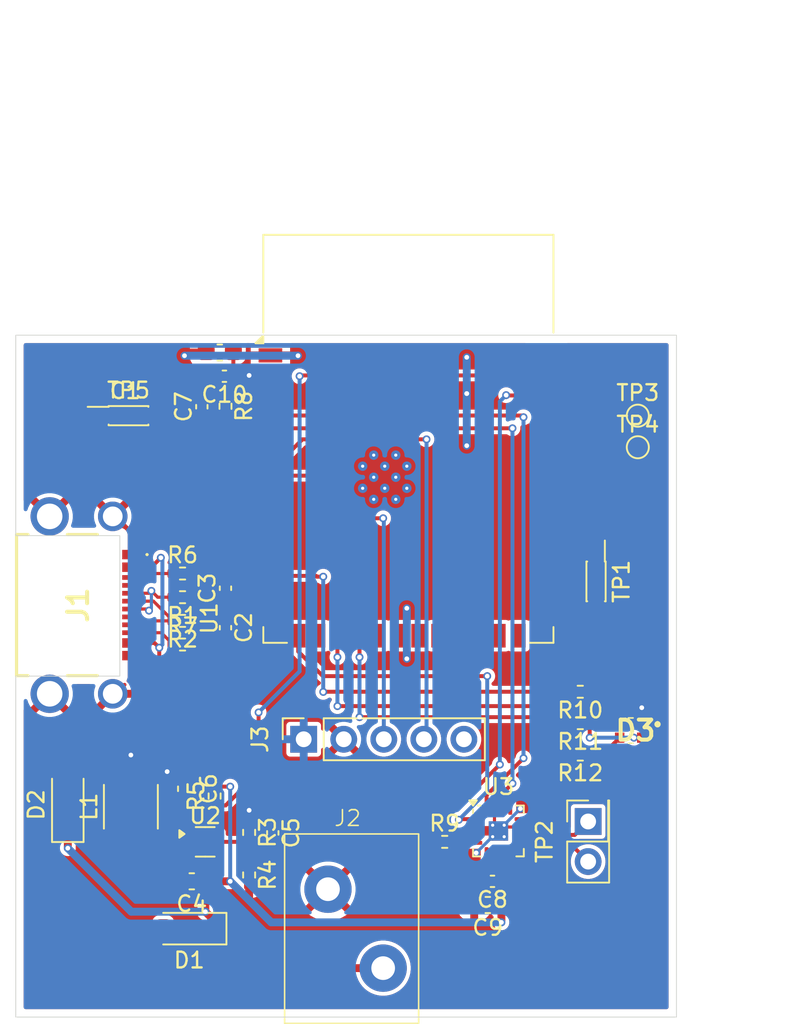
<source format=kicad_pcb>
(kicad_pcb (version 20241229) (generator "pcbnew") (generator_version "9.0")
  (layers (0 "F.Cu" mixed) (2 "B.Cu" mixed) (13 "F.Paste" user) (15 "B.Paste" user) (5 "F.SilkS" user "F.Silkscreen") (7 "B.SilkS" user "B.Silkscreen") (1 "F.Mask" user) (3 "B.Mask" user) (25 "Edge.Cuts" user))
  (net 0 "")
  (net 1 "GND")
  (net 2 "V_{SYS}")
  (net 3 "/MCU/MCU USB D+")
  (net 4 "/MCU/MCU USB D-")
  (net 5 "VDD_{5V}")
  (net 6 "Net-(U2-FB)")
  (net 7 "Net-(U1-EN)")
  (net 8 "Net-(D1-A)")
  (net 9 "USB V_{BUS}")
  (net 10 "Net-(D3-GK)")
  (net 11 "Net-(D3-BK)")
  (net 12 "Net-(D3-RK)")
  (net 13 "/MCU/USB D-")
  (net 15 "/MCU/USB D+")
  (net 16 "Net-(J1-CC2)")
  (net 17 "Net-(J1-CC1)")
  (net 20 "/IO/MOTION UART Rx")
  (net 21 "/IO/MOTION UART Tx")
  (net 22 "Net-(U2-SW)")
  (net 23 "/IO/LED B")
  (net 24 "/IO/LED G")
  (net 25 "/IO/LED R")
  (net 26 "/MCU/Power Good")
  (net 27 "Net-(U3-~{SD_MODE})")
  (net 28 "/IO/AUDIO ENABLE")
  (net 29 "Net-(U1-IO0)")
  (net 30 "Net-(U3-OUTP)")
  (net 31 "Net-(U3-OUTN)")
  (net 32 "Net-(U1-TXD0)")
  (net 33 "Net-(U1-RXD0)")
  (net 48 "/IO/AUDIO LRCLK")
  (net 56 "/IO/AUDIO BCLK")
  (net 57 "/IO/AUDIO DIN")
  (footprint "Resistor_SMD:R_0402_1005Metric_Pad0.72x0.64mm_HandSolder" (layer "F.Cu") (at 128.5 98.47 180)
    (property "Reference" "R12" (at 0 -1.17 0) (layer "F.SilkS"))
    (property "Value" "2.2k")
    (pad "1" smd roundrect (at -0.5975 0 180) (size 0.715 0.64) (layers "F.Cu" "F.Mask" "F.Paste") (net 11 "Net-(D3-BK)"))
    (pad "2" smd roundrect (at 0.5975 0 180) (size 0.715 0.64) (layers "F.Cu" "F.Mask" "F.Paste") (net 23 "/IO/LED B"))
  )
  (footprint "Package_TO_SOT_SMD:SOT-563" (layer "F.Cu") (at 104.7125 104)
    (property "Reference" "U2" (at 0 -1.65 0) (layer "F.SilkS"))
    (property "Value" "TPS62A01DRL")
    (pad "1" smd roundrect (at -0.7125 -0.5) (size 0.675 0.35) (layers "F.Cu" "F.Mask" "F.Paste") (net 1 "GND"))
    (pad "2" smd roundrect (at -0.7125 0) (size 0.675 0.35) (layers "F.Cu" "F.Mask" "F.Paste") (net 22 "Net-(U2-SW)"))
    (pad "3" smd roundrect (at -0.7125 0.5) (size 0.675 0.35) (layers "F.Cu" "F.Mask" "F.Paste") (net 5 "VDD_{5V}"))
    (pad "4" smd roundrect (at 0.7125 0.5) (size 0.675 0.35) (layers "F.Cu" "F.Mask" "F.Paste") (net 5 "VDD_{5V}"))
    (pad "5" smd roundrect (at 0.7125 0) (size 0.675 0.35) (layers "F.Cu" "F.Mask" "F.Paste") (net 6 "Net-(U2-FB)"))
    (pad "6" smd roundrect (at 0.7125 -0.5) (size 0.675 0.35) (layers "F.Cu" "F.Mask" "F.Paste") (net 26 "/MCU/Power Good"))
  )
  (footprint "Capacitor_SMD:C_0402_1005Metric_Pad0.74x0.62mm_HandSolder" (layer "F.Cu") (at 109 103.4325 -90)
    (property "Reference" "C5" (at 0 -1.16 90) (layer "F.SilkS"))
    (property "Value" "120pF")
    (pad "1" smd roundrect (at -0.5675 0 270) (size 0.735 0.62) (layers "F.Cu" "F.Mask" "F.Paste") (net 2 "V_{SYS}"))
    (pad "2" smd roundrect (at 0.5675 0 270) (size 0.735 0.62) (layers "F.Cu" "F.Mask" "F.Paste") (net 6 "Net-(U2-FB)"))
  )
  (footprint "Capacitor_SMD:C_0402_1005Metric_Pad0.74x0.62mm_HandSolder" (layer "F.Cu") (at 104.5 76.4325 90)
    (property "Reference" "C7" (at 0 -1.16 90) (layer "F.SilkS"))
    (property "Value" "100nF")
    (pad "1" smd roundrect (at -0.5675 0 90) (size 0.735 0.62) (layers "F.Cu" "F.Mask" "F.Paste") (net 7 "Net-(U1-EN)"))
    (pad "2" smd roundrect (at 0.5675 0 90) (size 0.735 0.62) (layers "F.Cu" "F.Mask" "F.Paste") (net 1 "GND"))
  )
  (footprint "Capacitor_SMD:C_0603_1608Metric_Pad1.08x0.95mm_HandSolder" (layer "F.Cu") (at 105.6375 73 180)
    (property "Reference" "C1" (at 6 -2.43 0) (layer "F.SilkS"))
    (property "Value" "22uF")
    (pad "1" smd roundrect (at -0.8625 0 180) (size 1.075 0.95) (layers "F.Cu" "F.Mask" "F.Paste") (net 2 "V_{SYS}"))
    (pad "2" smd roundrect (at 0.8625 0 180) (size 1.075 0.95) (layers "F.Cu" "F.Mask" "F.Paste") (net 1 "GND"))
  )
  (footprint "Capacitor_SMD:C_0402_1005Metric_Pad0.74x0.62mm_HandSolder" (layer "F.Cu") (at 122.9325 106.5 180)
    (property "Reference" "C8" (at 0 -1.16 0) (layer "F.SilkS"))
    (property "Value" "100nF")
    (pad "1" smd roundrect (at -0.5675 0 180) (size 0.735 0.62) (layers "F.Cu" "F.Mask" "F.Paste") (net 5 "VDD_{5V}"))
    (pad "2" smd roundrect (at 0.5675 0 180) (size 0.735 0.62) (layers "F.Cu" "F.Mask" "F.Paste") (net 1 "GND"))
  )
  (footprint "Resistor_SMD:R_0402_1005Metric_Pad0.72x0.64mm_HandSolder" (layer "F.Cu") (at 128.5 94.49 180)
    (property "Reference" "R10" (at 0 -1.17 0) (layer "F.SilkS"))
    (property "Value" "2.2k")
    (pad "1" smd roundrect (at -0.5975 0 180) (size 0.715 0.64) (layers "F.Cu" "F.Mask" "F.Paste") (net 12 "Net-(D3-RK)"))
    (pad "2" smd roundrect (at 0.5975 0 180) (size 0.715 0.64) (layers "F.Cu" "F.Mask" "F.Paste") (net 25 "/IO/LED R"))
  )
  (footprint "Capacitor_SMD:C_0603_1608Metric_Pad1.08x0.95mm_HandSolder" (layer "F.Cu") (at 103.5 100.6375 -90)
    (property "Reference" "C6" (at 0 -1.43 90) (layer "F.SilkS"))
    (property "Value" "22uF")
    (pad "1" smd roundrect (at -0.8625 0 270) (size 1.075 0.95) (layers "F.Cu" "F.Mask" "F.Paste") (net 2 "V_{SYS}"))
    (pad "2" smd roundrect (at 0.8625 0 270) (size 1.075 0.95) (layers "F.Cu" "F.Mask" "F.Paste") (net 1 "GND"))
  )
  (footprint "Resistor_SMD:R_0402_1005Metric_Pad0.72x0.64mm_HandSolder" (layer "F.Cu") (at 103.2775 87)
    (property "Reference" "R6" (at 0 -1.17 0) (layer "F.SilkS"))
    (property "Value" "5.1k")
    (pad "1" smd roundrect (at -0.5975 0) (size 0.715 0.64) (layers "F.Cu" "F.Mask" "F.Paste") (net 17 "Net-(J1-CC1)"))
    (pad "2" smd roundrect (at 0.5975 0) (size 0.715 0.64) (layers "F.Cu" "F.Mask" "F.Paste") (net 1 "GND"))
  )
  (footprint "Resistor_SMD:R_0402_1005Metric_Pad0.72x0.64mm_HandSolder" (layer "F.Cu") (at 128.5 96.48 180)
    (property "Reference" "R11" (at 0 -1.17 0) (layer "F.SilkS"))
    (property "Value" "2.2k")
    (pad "1" smd roundrect (at -0.5975 0 180) (size 0.715 0.64) (layers "F.Cu" "F.Mask" "F.Paste") (net 10 "Net-(D3-GK)"))
    (pad "2" smd roundrect (at 0.5975 0 180) (size 0.715 0.64) (layers "F.Cu" "F.Mask" "F.Paste") (net 24 "/IO/LED G"))
  )
  (footprint "Capacitor_SMD:C_0402_1005Metric_Pad0.74x0.62mm_HandSolder" (layer "F.Cu") (at 105.9325 74.5 180)
    (property "Reference" "C10" (at 0 -1.16 0) (layer "F.SilkS"))
    (property "Value" "100nF")
    (pad "1" smd roundrect (at -0.5675 0 180) (size 0.735 0.62) (layers "F.Cu" "F.Mask" "F.Paste") (net 2 "V_{SYS}"))
    (pad "2" smd roundrect (at 0.5675 0 180) (size 0.735 0.62) (layers "F.Cu" "F.Mask" "F.Paste") (net 1 "GND"))
  )
  (footprint "TestPoint:TestPoint_Pad_D1.0mm" (layer "F.Cu") (at 132.15 77)
    (property "Reference" "TP3" (at 0 -1.448 0) (layer "F.SilkS"))
    (property "Value" "TestPoint")
    (pad "1" smd circle (at 0 0) (size 1 1) (layers "F.Cu" "F.Mask") (net 32 "Net-(U1-TXD0)"))
  )
  (footprint "Resistor_SMD:R_0402_1005Metric_Pad0.72x0.64mm_HandSolder" (layer "F.Cu") (at 107.5 106.0975 -90)
    (property "Reference" "R4" (at 0 -1.17 90) (layer "F.SilkS"))
    (property "Value" "100k")
    (pad "1" smd roundrect (at -0.5975 0 270) (size 0.715 0.64) (layers "F.Cu" "F.Mask" "F.Paste") (net 6 "Net-(U2-FB)"))
    (pad "2" smd roundrect (at 0.5975 0 270) (size 0.715 0.64) (layers "F.Cu" "F.Mask" "F.Paste") (net 1 "GND"))
  )
  (footprint "Inductor_SMD:L_1812_4532Metric_Pad1.30x3.40mm_HandSolder" (layer "F.Cu") (at 100 101.775 90)
    (property "Reference" "L1" (at 0 -2.65 90) (layer "F.SilkS"))
    (property "Value" "1uH")
    (pad "1" smd roundrect (at -2.225 0 90) (size 1.3 3.4) (layers "F.Cu" "F.Mask" "F.Paste") (roundrect_rratio 0.192308) (net 22 "Net-(U2-SW)"))
    (pad "2" smd roundrect (at 2.225 0 90) (size 1.3 3.4) (layers "F.Cu" "F.Mask" "F.Paste") (roundrect_rratio 0.192308) (net 2 "V_{SYS}"))
  )
  (footprint "Resistor_SMD:R_0402_1005Metric_Pad0.72x0.64mm_HandSolder" (layer "F.Cu") (at 106 76.4025 -90)
    (property "Reference" "R8" (at 0 -1.17 90) (layer "F.SilkS"))
    (property "Value" "10k")
    (pad "1" smd roundrect (at -0.5975 0 270) (size 0.715 0.64) (layers "F.Cu" "F.Mask" "F.Paste") (net 2 "V_{SYS}"))
    (pad "2" smd roundrect (at 0.5975 0 270) (size 0.715 0.64) (layers "F.Cu" "F.Mask" "F.Paste") (net 7 "Net-(U1-EN)"))
  )
  (footprint "Connector_PinSocket_2.54mm:PinSocket_2x01_P2.54mm_Vertical" (layer "F.Cu") (at 129 102.71 90)
    (property "Reference" "TP2" (at -1.27 -2.77 90) (layer "F.SilkS"))
    (property "Value" "TestPoint_2Pole")
    (pad "1" thru_hole rect (at 0 0 90) (size 1.7 1.7) (drill 1) (layers "*.Cu" "*.Mask") (net 31 "Net-(U3-OUTN)"))
    (pad "2" thru_hole circle (at -2.54 0 90) (size 1.7 1.7) (drill 1) (layers "*.Cu" "*.Mask") (net 30 "Net-(U3-OUTP)"))
  )
  (footprint "Package_DFN_QFN:TQFN-16-1EP_3x3mm_P0.5mm_EP1.23x1.23mm_ThermalVias" (layer "F.Cu") (at 123.31 103.31)
    (property "Reference" "U3" (at 0 -2.8 0) (layer "F.SilkS"))
    (property "Value" "MAX98357A")
    (pad "1" smd roundrect (at -1.4375 -0.75) (size 0.825 0.25) (layers "F.Cu" "F.Mask" "F.Paste") (net 57 "/IO/AUDIO DIN"))
    (pad "2" smd roundrect (at -1.4375 -0.25) (size 0.825 0.25) (layers "F.Cu" "F.Mask" "F.Paste") (net 1 "GND"))
    (pad "3" smd roundrect (at -1.4375 0.25) (size 0.825 0.25) (layers "F.Cu" "F.Mask" "F.Paste") (net 1 "GND"))
    (pad "4" smd roundrect (at -1.4375 0.75) (size 0.825 0.25) (layers "F.Cu" "F.Mask" "F.Paste") (net 27 "Net-(U3-~{SD_MODE})"))
    (pad "5" smd roundrect (at -0.75 1.4375) (size 0.25 0.825) (layers "F.Cu" "F.Mask" "F.Paste"))
    (pad "6" smd roundrect (at -0.25 1.4375) (size 0.25 0.825) (layers "F.Cu" "F.Mask" "F.Paste"))
    (pad "7" smd roundrect (at 0.25 1.4375) (size 0.25 0.825) (layers "F.Cu" "F.Mask" "F.Paste") (net 5 "VDD_{5V}"))
    (pad "8" smd roundrect (at 0.75 1.4375) (size 0.25 0.825) (layers "F.Cu" "F.Mask" "F.Paste") (net 5 "VDD_{5V}"))
    (pad "9" smd roundrect (at 1.4375 0.75) (size 0.825 0.25) (layers "F.Cu" "F.Mask" "F.Paste") (net 30 "Net-(U3-OUTP)"))
    (pad "10" smd roundrect (at 1.4375 0.25) (size 0.825 0.25) (layers "F.Cu" "F.Mask" "F.Paste") (net 31 "Net-(U3-OUTN)"))
    (pad "11" smd roundrect (at 1.4375 -0.25) (size 0.825 0.25) (layers "F.Cu" "F.Mask" "F.Paste") (net 1 "GND"))
    (pad "12" smd roundrect (at 1.4375 -0.75) (size 0.825 0.25) (layers "F.Cu" "F.Mask" "F.Paste"))
    (pad "13" smd roundrect (at 0.75 -1.4375) (size 0.25 0.825) (layers "F.Cu" "F.Mask" "F.Paste"))
    (pad "14" smd roundrect (at 0.25 -1.4375) (size 0.25 0.825) (layers "F.Cu" "F.Mask" "F.Paste") (net 48 "/IO/AUDIO LRCLK"))
    (pad "15" smd roundrect (at -0.25 -1.4375) (size 0.25 0.825) (layers "F.Cu" "F.Mask" "F.Paste") (net 1 "GND"))
    (pad "16" smd roundrect (at -0.75 -1.4375) (size 0.25 0.825) (layers "F.Cu" "F.Mask" "F.Paste") (net 56 "/IO/AUDIO BCLK"))
    (pad "17" thru_hole circle (at -0.365 -0.365) (size 0.5 0.5) (drill 0.2) (property pad_prop_heatsink) (layers "*.Cu") (net 1 "GND"))
    (pad "17" thru_hole circle (at -0.365 0.365) (size 0.5 0.5) (drill 0.2) (property pad_prop_heatsink) (layers "*.Cu") (net 1 "GND"))
    (pad "17" smd rect (at 0 0) (size 1.23 1.23) (property pad_prop_heatsink) (layers "F.Cu" "F.Mask") (net 1 "GND"))
    (pad "17" smd rect (at 0 0) (size 1.23 1.23) (property pad_prop_heatsink) (layers "B.Cu") (net 1 "GND"))
    (pad "17" thru_hole circle (at 0.365 -0.365) (size 0.5 0.5) (drill 0.2) (property pad_prop_heatsink) (layers "*.Cu") (net 1 "GND"))
    (pad "17" thru_hole circle (at 0.365 0.365) (size 0.5 0.5) (drill 0.2) (property pad_prop_heatsink) (layers "*.Cu") (net 1 "GND"))
  )
  (footprint "RF_Module:ESP32-S3-WROOM-1" (layer "F.Cu") (at 117.6 78.44)
    (property "Reference" "U1" (at -12.625 11.4 90) (layer "F.SilkS"))
    (property "Value" "ESP32-S3-WROOM-1")
    (pad "1" smd rect (at -8.75 -5.26) (size 1.5 0.9) (layers "F.Cu" "F.Mask" "F.Paste") (net 1 "GND"))
    (pad "2" smd rect (at -8.75 -3.99) (size 1.5 0.9) (layers "F.Cu" "F.Mask" "F.Paste") (net 2 "V_{SYS}"))
    (pad "3" smd rect (at -8.75 -2.72) (size 1.5 0.9) (layers "F.Cu" "F.Mask" "F.Paste") (net 7 "Net-(U1-EN)"))
    (pad "4" smd rect (at -8.75 -1.45) (size 1.5 0.9) (layers "F.Cu" "F.Mask" "F.Paste") (net 56 "/IO/AUDIO BCLK"))
    (pad "5" smd rect (at -8.75 -0.18) (size 1.5 0.9) (layers "F.Cu" "F.Mask" "F.Paste") (net 48 "/IO/AUDIO LRCLK"))
    (pad "6" smd rect (at -8.75 1.09) (size 1.5 0.9) (layers "F.Cu" "F.Mask" "F.Paste") (net 20 "/IO/MOTION UART Rx"))
    (pad "7" smd rect (at -8.75 2.36) (size 1.5 0.9) (layers "F.Cu" "F.Mask" "F.Paste") (net 21 "/IO/MOTION UART Tx"))
    (pad "8" smd rect (at -8.75 3.63) (size 1.5 0.9) (layers "F.Cu" "F.Mask" "F.Paste"))
    (pad "9" smd rect (at -8.75 4.9) (size 1.5 0.9) (layers "F.Cu" "F.Mask" "F.Paste"))
    (pad "10" smd rect (at -8.75 6.17) (size 1.5 0.9) (layers "F.Cu" "F.Mask" "F.Paste"))
    (pad "11" smd rect (at -8.75 7.44) (size 1.5 0.9) (layers "F.Cu" "F.Mask" "F.Paste"))
    (pad "12" smd rect (at -8.75 8.71) (size 1.5 0.9) (layers "F.Cu" "F.Mask" "F.Paste") (net 25 "/IO/LED R"))
    (pad "13" smd rect (at -8.75 9.98) (size 1.5 0.9) (layers "F.Cu" "F.Mask" "F.Paste") (net 4 "/MCU/MCU USB D-"))
    (pad "14" smd rect (at -8.75 11.25 180) (size 1.5 0.9) (layers "F.Cu" "F.Mask" "F.Paste") (net 3 "/MCU/MCU USB D+"))
    (pad "15" smd rect (at -6.985 12.5 270) (size 1.5 0.9) (layers "F.Cu" "F.Mask" "F.Paste") (net 57 "/IO/AUDIO DIN"))
    (pad "16" smd rect (at -5.715 12.5 270) (size 1.5 0.9) (layers "F.Cu" "F.Mask" "F.Paste"))
    (pad "17" smd rect (at -4.445 12.5 270) (size 1.5 0.9) (layers "F.Cu" "F.Mask" "F.Paste") (net 24 "/IO/LED G"))
    (pad "18" smd rect (at -3.175 12.5 270) (size 1.5 0.9) (layers "F.Cu" "F.Mask" "F.Paste") (net 23 "/IO/LED B"))
    (pad "19" smd rect (at -1.905 12.5 270) (size 1.5 0.9) (layers "F.Cu" "F.Mask" "F.Paste"))
    (pad "20" smd rect (at -0.635 12.5 270) (size 1.5 0.9) (layers "F.Cu" "F.Mask" "F.Paste"))
    (pad "21" smd rect (at 0.635 12.5 270) (size 1.5 0.9) (layers "F.Cu" "F.Mask" "F.Paste"))
    (pad "22" smd rect (at 1.905 12.5 270) (size 1.5 0.9) (layers "F.Cu" "F.Mask" "F.Paste"))
    (pad "23" smd rect (at 3.175 12.5 270) (size 1.5 0.9) (layers "F.Cu" "F.Mask" "F.Paste"))
    (pad "24" smd rect (at 4.445 12.5 270) (size 1.5 0.9) (layers "F.Cu" "F.Mask" "F.Paste"))
    (pad "25" smd rect (at 5.715 12.5 270) (size 1.5 0.9) (layers "F.Cu" "F.Mask" "F.Paste"))
    (pad "26" smd rect (at 6.985 12.5 270) (size 1.5 0.9) (layers "F.Cu" "F.Mask" "F.Paste"))
    (pad "27" smd rect (at 8.75 11.25) (size 1.5 0.9) (layers "F.Cu" "F.Mask" "F.Paste") (net 29 "Net-(U1-IO0)"))
    (pad "28" smd rect (at 8.75 9.98) (size 1.5 0.9) (layers "F.Cu" "F.Mask" "F.Paste"))
    (pad "29" smd rect (at 8.75 8.71) (size 1.5 0.9) (layers "F.Cu" "F.Mask" "F.Paste"))
    (pad "30" smd rect (at 8.75 7.44) (size 1.5 0.9) (layers "F.Cu" "F.Mask" "F.Paste"))
    (pad "31" smd rect (at 8.75 6.17) (size 1.5 0.9) (layers "F.Cu" "F.Mask" "F.Paste"))
    (pad "32" smd rect (at 8.75 4.9) (size 1.5 0.9) (layers "F.Cu" "F.Mask" "F.Paste"))
    (pad "33" smd rect (at 8.75 3.63) (size 1.5 0.9) (layers "F.Cu" "F.Mask" "F.Paste"))
    (pad "34" smd rect (at 8.75 2.36) (size 1.5 0.9) (layers "F.Cu" "F.Mask" "F.Paste"))
    (pad "35" smd rect (at 8.75 1.09) (size 1.5 0.9) (layers "F.Cu" "F.Mask" "F.Paste"))
    (pad "36" smd rect (at 8.75 -0.18) (size 1.5 0.9) (layers "F.Cu" "F.Mask" "F.Paste") (net 33 "Net-(U1-RXD0)"))
    (pad "37" smd rect (at 8.75 -1.45) (size 1.5 0.9) (layers "F.Cu" "F.Mask" "F.Paste") (net 32 "Net-(U1-TXD0)"))
    (pad "38" smd rect (at 8.75 -2.72) (size 1.5 0.9) (layers "F.Cu" "F.Mask" "F.Paste") (net 28 "/IO/AUDIO ENABLE"))
    (pad "39" smd rect (at 8.75 -3.99) (size 1.5 0.9) (layers "F.Cu" "F.Mask" "F.Paste") (net 26 "/MCU/Power Good"))
    (pad "40" smd rect (at 8.75 -5.26) (size 1.5 0.9) (layers "F.Cu" "F.Mask" "F.Paste") (net 1 "GND"))
    (pad "41" thru_hole circle (at -2.9 1.76 90) (size 0.6 0.6) (drill 0.2) (property pad_prop_heatsink) (layers "*.Cu" "F.Mask") (net 1 "GND"))
    (pad "41" thru_hole circle (at -2.9 3.16) (size 0.6 0.6) (drill 0.2) (property pad_prop_heatsink) (layers "*.Cu" "F.Mask") (net 1 "GND"))
    (pad "41" thru_hole circle (at -2.2 1.06) (size 0.6 0.6) (drill 0.2) (property pad_prop_heatsink) (layers "*.Cu" "F.Mask") (net 1 "GND"))
    (pad "41" thru_hole circle (at -2.2 2.46) (size 0.6 0.6) (drill 0.2) (property pad_prop_heatsink) (layers "*.Cu" "F.Mask") (net 1 "GND"))
    (pad "41" thru_hole circle (at -2.2 3.86) (size 0.6 0.6) (drill 0.2) (property pad_prop_heatsink) (layers "*.Cu" "F.Mask") (net 1 "GND"))
    (pad "41" thru_hole circle (at -1.5 1.76) (size 0.6 0.6) (drill 0.2) (property pad_prop_heatsink) (layers "*.Cu" "F.Mask") (net 1 "GND"))
    (pad "41" smd rect (at -1.5 2.46 270) (size 3.9 3.9) (property pad_prop_heatsink) (layers "F.Cu" "F.Mask") (net 1 "GND"))
    (pad "41" thru_hole circle (at -1.5 3.16) (size 0.6 0.6) (drill 0.2) (property pad_prop_heatsink) (layers "*.Cu" "F.Mask") (net 1 "GND"))
    (pad "41" thru_hole circle (at -0.8 1.06) (size 0.6 0.6) (drill 0.2) (property pad_prop_heatsink) (layers "*.Cu" "F.Mask") (net 1 "GND"))
    (pad "41" thru_hole circle (at -0.8 2.46) (size 0.6 0.6) (drill 0.2) (property pad_prop_heatsink) (layers "*.Cu" "F.Mask") (net 1 "GND"))
    (pad "41" thru_hole circle (at -0.8 3.86) (size 0.6 0.6) (drill 0.2) (property pad_prop_heatsink) (layers "*.Cu" "F.Mask") (net 1 "GND"))
    (pad "41" thru_hole circle (at -0.1 1.76) (size 0.6 0.6) (drill 0.2) (property pad_prop_heatsink) (layers "*.Cu" "F.Mask") (net 1 "GND"))
    (pad "41" thru_hole circle (at -0.1 3.16) (size 0.6 0.6) (drill 0.2) (property pad_prop_heatsink) (layers "*.Cu" "F.Mask") (net 1 "GND"))
    (zone (net 0) (net_name "") (layers "F.Cu" "B.Cu") (connect_pads (clearance 0)) (min_thickness 0.254)
      (keepout (tracks not_allowed) (vias not_allowed) (pads not_allowed) (copperpour not_allowed) (footprints not_allowed))
      (fill (thermal_gap 0.508) (thermal_bridge_width 0.508))
      (polygon (pts (xy 93.6 71.69) (xy 141.6 71.69) (xy 141.6 50.69) (xy 93.6 50.69)))
    )
  )
  (footprint "Resistor_SMD:R_0402_1005Metric_Pad0.72x0.64mm_HandSolder" (layer "F.Cu") (at 119.9025 104)
    (property "Reference" "R9" (at 0 -1.17 0) (layer "F.SilkS"))
    (property "Value" "560k")
    (pad "1" smd roundrect (at -0.5975 0) (size 0.715 0.64) (layers "F.Cu" "F.Mask" "F.Paste") (net 28 "/IO/AUDIO ENABLE"))
    (pad "2" smd roundrect (at 0.5975 0) (size 0.715 0.64) (layers "F.Cu" "F.Mask" "F.Paste") (net 27 "Net-(U3-~{SD_MODE})"))
  )
  (footprint "Connector_PinHeader_1.00mm:PinHeader_2x01_P1.00mm_Vertical_SMD" (layer "F.Cu") (at 99.85 77)
    (property "Reference" "TP5" (at 0 -1.61 0) (layer "F.SilkS"))
    (property "Value" "TestPoint_2Pole")
    (pad "1" smd rect (at -1.65 0) (size 2 0.5) (layers "F.Cu" "F.Mask" "F.Paste") (net 1 "GND"))
    (pad "2" smd rect (at 1.65 0) (size 2 0.5) (layers "F.Cu" "F.Mask" "F.Paste") (net 7 "Net-(U1-EN)"))
  )
  (footprint "Capacitor_SMD:C_0603_1608Metric_Pad1.08x0.95mm_HandSolder" (layer "F.Cu") (at 103.8625 106.5 180)
    (property "Reference" "C4" (at 0 -1.43 0) (layer "F.SilkS"))
    (property "Value" "4.7uF")
    (pad "1" smd roundrect (at -0.8625 0 180) (size 1.075 0.95) (layers "F.Cu" "F.Mask" "F.Paste") (net 5 "VDD_{5V}"))
    (pad "2" smd roundrect (at 0.8625 0 180) (size 1.075 0.95) (layers "F.Cu" "F.Mask" "F.Paste") (net 1 "GND"))
  )
  (footprint "talky-toaster:Spring Terminal 2P" (layer "F.Cu") (at 113.75 100)
    (property "Reference" "J2" (at 0 2.5 0) (layer "F.SilkS") (effects (font (thickness 0.1))))
    (property "Value" "Wj250A-3.5-2P" (hide yes))
    (pad "1" thru_hole circle (at -1.25 7) (size 3 3) (drill 1.5) (layers "*.Cu" "*.Mask") (net 1 "GND"))
    (pad "2" thru_hole circle (at 2.25 12) (size 3 3) (drill 1.5) (layers "*.Cu" "*.Mask") (net 8 "Net-(D1-A)"))
  )
  (footprint "Resistor_SMD:R_0402_1005Metric_Pad0.72x0.64mm_HandSolder" (layer "F.Cu") (at 105.31 101.0975 90)
    (property "Reference" "R5" (at 0 -1.17 90) (layer "F.SilkS"))
    (property "Value" "499k")
    (pad "1" smd roundrect (at -0.5975 0 90) (size 0.715 0.64) (layers "F.Cu" "F.Mask" "F.Paste") (net 26 "/MCU/Power Good"))
    (pad "2" smd roundrect (at 0.5975 0 90) (size 0.715 0.64) (layers "F.Cu" "F.Mask" "F.Paste") (net 5 "VDD_{5V}"))
  )
  (footprint "Diode_SMD:D_SOD-123" (layer "F.Cu") (at 96 101.65 90)
    (property "Reference" "D2" (at 0 -2 90) (layer "F.SilkS"))
    (property "Value" "D_Schottky_Small")
    (pad "1" smd roundrect (at -1.65 0 90) (size 0.9 1.2) (layers "F.Cu" "F.Mask" "F.Paste") (net 5 "VDD_{5V}"))
    (pad "2" smd roundrect (at 1.65 0 90) (size 0.9 1.2) (layers "F.Cu" "F.Mask" "F.Paste") (net 9 "USB V_{BUS}"))
  )
  (footprint "Resistor_SMD:R_0402_1005Metric_Pad0.72x0.64mm_HandSolder" (layer "F.Cu") (at 103.2775 90 180)
    (property "Reference" "R2" (at 0 -1.17 0) (layer "F.SilkS"))
    (property "Value" "0R")
    (pad "1" smd roundrect (at -0.5975 0 180) (size 0.715 0.64) (layers "F.Cu" "F.Mask" "F.Paste") (net 3 "/MCU/MCU USB D+"))
    (pad "2" smd roundrect (at 0.5975 0 180) (size 0.715 0.64) (layers "F.Cu" "F.Mask" "F.Paste") (net 15 "/MCU/USB D+"))
  )
  (footprint "Resistor_SMD:R_0402_1005Metric_Pad0.72x0.64mm_HandSolder" (layer "F.Cu") (at 107.5 103.4025 -90)
    (property "Reference" "R3" (at 0 -1.17 90) (layer "F.SilkS"))
    (property "Value" "420k")
    (pad "1" smd roundrect (at -0.5975 0 270) (size 0.715 0.64) (layers "F.Cu" "F.Mask" "F.Paste") (net 2 "V_{SYS}"))
    (pad "2" smd roundrect (at 0.5975 0 270) (size 0.715 0.64) (layers "F.Cu" "F.Mask" "F.Paste") (net 6 "Net-(U2-FB)"))
  )
  (footprint "Capacitor_SMD:C_0402_1005Metric_Pad0.74x0.62mm_HandSolder" (layer "F.Cu") (at 106 90.4325 -90)
    (property "Reference" "C2" (at 0 -1.16 90) (layer "F.SilkS"))
    (property "Value" "DNF")
    (pad "1" smd roundrect (at -0.5675 0 270) (size 0.735 0.62) (layers "F.Cu" "F.Mask" "F.Paste") (net 3 "/MCU/MCU USB D+"))
    (pad "2" smd roundrect (at 0.5675 0 270) (size 0.735 0.62) (layers "F.Cu" "F.Mask" "F.Paste") (net 1 "GND"))
  )
  (footprint "Connector_PinHeader_1.00mm:PinHeader_2x01_P1.00mm_Vertical_SMD" (layer "F.Cu") (at 129.5 87.5 -90)
    (property "Reference" "TP1" (at 0 -1.61 90) (layer "F.SilkS"))
    (property "Value" "TestPoint_2Pole")
    (pad "1" smd rect (at -1.65 0 270) (size 2 0.5) (layers "F.Cu" "F.Mask" "F.Paste") (net 1 "GND"))
    (pad "2" smd rect (at 1.65 0 270) (size 2 0.5) (layers "F.Cu" "F.Mask" "F.Paste") (net 29 "Net-(U1-IO0)"))
  )
  (footprint "Connector_PinSocket_2.54mm:PinSocket_1x05_P2.54mm_Vertical" (layer "F.Cu") (at 110.96 97.5 90)
    (property "Reference" "J3" (at 0 -2.77 90) (layer "F.SilkS"))
    (property "Value" "mmWave Sensor Socket")
    (pad "1" thru_hole rect (at 0 0 90) (size 1.7 1.7) (drill 1) (layers "*.Cu" "*.Mask") (net 2 "V_{SYS}"))
    (pad "2" thru_hole circle (at 0 2.54 90) (size 1.7 1.7) (drill 1) (layers "*.Cu" "*.Mask") (net 1 "GND"))
    (pad "3" thru_hole circle (at 0 5.08 90) (size 1.7 1.7) (drill 1) (layers "*.Cu" "*.Mask") (net 21 "/IO/MOTION UART Tx"))
    (pad "4" thru_hole circle (at 0 7.62 90) (size 1.7 1.7) (drill 1) (layers "*.Cu" "*.Mask") (net 20 "/IO/MOTION UART Rx"))
    (pad "5" thru_hole circle (at 0 10.16 90) (size 1.7 1.7) (drill 1) (layers "*.Cu" "*.Mask"))
  )
  (footprint "Resistor_SMD:R_0402_1005Metric_Pad0.72x0.64mm_HandSolder" (layer "F.Cu") (at 103.2775 88.5 180)
    (property "Reference" "R1" (at 0 -1.17 0) (layer "F.SilkS"))
    (property "Value" "0R")
    (pad "1" smd roundrect (at -0.5975 0 180) (size 0.715 0.64) (layers "F.Cu" "F.Mask" "F.Paste") (net 4 "/MCU/MCU USB D-"))
    (pad "2" smd roundrect (at 0.5975 0 180) (size 0.715 0.64) (layers "F.Cu" "F.Mask" "F.Paste") (net 13 "/MCU/USB D-"))
  )
  (footprint "Diode_SMD:D_SOD-123" (layer "F.Cu") (at 103.7 109.5 180)
    (property "Reference" "D1" (at 0 -2 0) (layer "F.SilkS"))
    (property "Value" "D_Schottky_Small")
    (pad "1" smd roundrect (at -1.65 0 180) (size 0.9 1.2) (layers "F.Cu" "F.Mask" "F.Paste") (net 5 "VDD_{5V}"))
    (pad "2" smd roundrect (at 1.65 0 180) (size 0.9 1.2) (layers "F.Cu" "F.Mask" "F.Paste") (net 8 "Net-(D1-A)"))
  )
  (footprint "TestPoint:TestPoint_Pad_D1.0mm" (layer "F.Cu") (at 132.15 79)
    (property "Reference" "TP4" (at 0 -1.448 0) (layer "F.SilkS"))
    (property "Value" "TestPoint")
    (pad "1" smd circle (at 0 0) (size 1 1) (layers "F.Cu" "F.Mask") (net 33 "Net-(U1-RXD0)"))
  )
  (footprint "Auto Lib:UJ20CHGMSMT4P16TR" (layer "F.Cu") (at 96.375 89 -90)
    (property "Reference" "J1" (at 0 -0.275 90) (layer "F.SilkS") (effects (font (size 1.27 1.27) (thickness 0.254))))
    (property "Value" "UJ20-C-H-G-MSMT-4-P16-TR" (hide yes))
    (pad "1" thru_hole circle (at -5.62 -2.475 270) (size 1.875 1.875) (drill 1.25) (layers "*.Cu" "*.Mask") (net 1 "GND"))
    (pad "2" thru_hole circle (at 5.62 -2.475 270) (size 1.875 1.875) (drill 1.25) (layers "*.Cu" "*.Mask") (net 1 "GND"))
    (pad "3" thru_hole circle (at -5.62 1.525 270) (size 2.43 2.43) (drill 1.62) (layers "*.Cu" "*.Mask") (net 1 "GND"))
    (pad "4" thru_hole circle (at 5.62 1.525 270) (size 2.43 2.43) (drill 1.62) (layers "*.Cu" "*.Mask") (net 1 "GND"))
    (pad "A1" smd rect (at -3.2 -3.625 270) (size 0.6 1.1) (layers "F.Cu" "F.Mask" "F.Paste") (net 1 "GND"))
    (pad "A4" smd rect (at -2.4 -3.625 270) (size 0.6 1.1) (layers "F.Cu" "F.Mask" "F.Paste") (net 9 "USB V_{BUS}"))
    (pad "A5" smd rect (at -1.25 -3.625 270) (size 0.3 1.1) (layers "F.Cu" "F.Mask" "F.Paste") (net 17 "Net-(J1-CC1)"))
    (pad "A6" smd rect (at -0.25 -3.625 270) (size 0.3 1.1) (layers "F.Cu" "F.Mask" "F.Paste") (net 15 "/MCU/USB D+"))
    (pad "A7" smd rect (at 0.25 -3.625 270) (size 0.3 1.1) (layers "F.Cu" "F.Mask" "F.Paste") (net 13 "/MCU/USB D-"))
    (pad "A8" smd rect (at 1.25 -3.625 270) (size 0.3 1.1) (layers "F.Cu" "F.Mask" "F.Paste"))
    (pad "B1" smd rect (at 3.2 -3.625 270) (size 0.6 1.1) (layers "F.Cu" "F.Mask" "F.Paste") (net 1 "GND"))
    (pad "B4" smd rect (at 2.4 -3.625 270) (size 0.6 1.1) (layers "F.Cu" "F.Mask" "F.Paste") (net 9 "USB V_{BUS}"))
    (pad "B5" smd rect (at 1.75 -3.625 270) (size 0.3 1.1) (layers "F.Cu" "F.Mask" "F.Paste") (net 16 "Net-(J1-CC2)"))
    (pad "B6" smd rect (at 0.75 -3.625 270) (size 0.3 1.1) (layers "F.Cu" "F.Mask" "F.Paste") (net 15 "/MCU/USB D+"))
    (pad "B7" smd rect (at -0.75 -3.625 270) (size 0.3 1.1) (layers "F.Cu" "F.Mask" "F.Paste") (net 13 "/MCU/USB D-"))
    (pad "B8" smd rect (at -1.75 -3.625 270) (size 0.3 1.1) (layers "F.Cu" "F.Mask" "F.Paste"))
  )
  (footprint "Resistor_SMD:R_0402_1005Metric_Pad0.72x0.64mm_HandSolder" (layer "F.Cu") (at 103.2775 91.5)
    (property "Reference" "R7" (at 0 -1.17 0) (layer "F.SilkS"))
    (property "Value" "5.1k")
    (pad "1" smd roundrect (at -0.5975 0) (size 0.715 0.64) (layers "F.Cu" "F.Mask" "F.Paste") (net 16 "Net-(J1-CC2)"))
    (pad "2" smd roundrect (at 0.5975 0) (size 0.715 0.64) (layers "F.Cu" "F.Mask" "F.Paste") (net 1 "GND"))
  )
  (footprint "Capacitor_SMD:C_0402_1005Metric_Pad0.74x0.62mm_HandSolder" (layer "F.Cu") (at 106 87.9325 90)
    (property "Reference" "C3" (at 0 -1.16 90) (layer "F.SilkS"))
    (property "Value" "DNF")
    (pad "1" smd roundrect (at -0.5675 0 90) (size 0.735 0.62) (layers "F.Cu" "F.Mask" "F.Paste") (net 4 "/MCU/MCU USB D-"))
    (pad "2" smd roundrect (at 0.5675 0 90) (size 0.735 0.62) (layers "F.Cu" "F.Mask" "F.Paste") (net 1 "GND"))
  )
  (footprint "Auto Lib:19237R6GHBHCA012T" (layer "F.Cu") (at 131.7 96.95 180)
    (property "Reference" "D3" (at -0.3 0 0) (layer "F.SilkS") (effects (font (size 1.27 1.27) (thickness 0.254))))
    (property "Value" "LED_ARGB" (hide yes))
    (pad "1" smd rect (at -0.7 0.45 180) (size 0.6 0.65) (layers "F.Cu" "F.Mask" "F.Paste") (net 2 "V_{SYS}"))
    (pad "2" smd rect (at 0.7 0.45 180) (size 0.6 0.65) (layers "F.Cu" "F.Mask" "F.Paste") (net 12 "Net-(D3-RK)"))
    (pad "3" smd rect (at -0.7 -0.45 180) (size 0.6 0.65) (layers "F.Cu" "F.Mask" "F.Paste") (net 10 "Net-(D3-GK)"))
    (pad "4" smd rect (at 0.7 -0.45 180) (size 0.6 0.65) (layers "F.Cu" "F.Mask" "F.Paste") (net 11 "Net-(D3-BK)"))
  )
  (footprint "Capacitor_SMD:C_0603_1608Metric_Pad1.08x0.95mm_HandSolder" (layer "F.Cu") (at 122.6375 108 180)
    (property "Reference" "C9" (at 0 -1.43 0) (layer "F.SilkS"))
    (property "Value" "10uF")
    (pad "1" smd roundrect (at -0.8625 0 180) (size 1.075 0.95) (layers "F.Cu" "F.Mask" "F.Paste") (net 5 "VDD_{5V}"))
    (pad "2" smd roundrect (at 0.8625 0 180) (size 1.075 0.95) (layers "F.Cu" "F.Mask" "F.Paste") (net 1 "GND"))
  )
  (gr_rect (start 121.9 103.1) (end 123.5 103.5) (stroke (width 0.2)) (fill yes) (layer "F.Cu") (net 1))
  (gr_poly (pts (xy 134.6 115.1) (xy 134.6 71.9) (xy 92.7 71.9) (xy 92.7 84.6) (xy 99.3 84.6) (xy 99.3 93.5) (xy 92.7 93.5) (xy 92.7 115.1)) (stroke (width 0.05)) (fill no) (layer "Edge.Cuts"))
  (segment (start 123.06 103.06) (end 123.31 103.31) (width 0.2) (layer "F.Cu") (net 1))
  (segment (start 117.5 89.2) (end 117.5 89.1) (width 0.5) (layer "F.Cu") (net 1))
  (segment (start 100.08 94.62) (end 100.5 94.2) (width 0.5) (layer "F.Cu") (net 1))
  (segment (start 123.56 103.06) (end 123.31 103.31) (width 0.2) (layer "F.Cu") (net 1))
  (segment (start 98.85 94.62) (end 100.08 94.62) (width 0.5) (layer "F.Cu") (net 1))
  (segment (start 123.06 101.8725) (end 123.06 103.06) (width 0.2) (layer "F.Cu") (net 1))
  (segment (start 124.7475 103.06) (end 123.56 103.06) (width 0.2) (layer "F.Cu") (net 1))
  (segment (start 121.8725 103.06) (end 121.8725 103.56) (width 0.2) (layer "F.Cu") (net 1))
  (via (at 117.5 89.2) (size 0.5) (drill 0.3) (layers "F.Cu" "B.Cu") (net 1))
  (via (at 103.4 73.2) (size 0.5) (drill 0.3) (layers "F.Cu" "B.Cu") (net 1))
  (via (at 121.3 73.3) (size 0.5) (drill 0.3) (layers "F.Cu" "B.Cu") (net 1))
  (via (at 124.7 101.9) (size 0.5) (drill 0.3) (layers "F.Cu" "B.Cu") (net 1))
  (via (at 121.3 75.6) (size 0.5) (drill 0.3) (layers "F.Cu" "B.Cu") (net 1))
  (via (at 117.5 92.4) (size 0.5) (drill 0.3) (layers "F.Cu" "B.Cu") (net 1))
  (via (at 121.3 78.9) (size 0.5) (drill 0.3) (layers "F.Cu" "B.Cu") (net 1))
  (via (at 110.6 73.2) (size 0.5) (drill 0.3) (layers "F.Cu" "B.Cu") (net 1))
  (via (at 121.9 104.7) (size 0.5) (drill 0.3) (layers "F.Cu" "B.Cu") (net 1))
  (via (at 121.3 75.6) (size 0.5) (drill 0.3) (layers "F.Cu" "B.Cu") (net 1))
  (segment (start 121.3 75.6) (end 121.3 73.3) (width 0.5) (layer "B.Cu") (net 1))
  (segment (start 123.31 103.29) (end 124.7 101.9) (width 0.2) (layer "B.Cu") (net 1))
  (segment (start 121.3 75.6) (end 121.3 78.9) (width 0.5) (layer "B.Cu") (net 1))
  (segment (start 110.6 73.2) (end 103.4 73.2) (width 0.5) (layer "B.Cu") (net 1))
  (segment (start 123.31 103.31) (end 123.31 103.29) (width 0.2) (layer "B.Cu") (net 1))
  (segment (start 117.5 89.2) (end 117.5 92.4) (width 0.5) (layer "B.Cu") (net 1))
  (segment (start 123.29 103.31) (end 121.9 104.7) (width 0.2) (layer "B.Cu") (net 1))
  (segment (start 123.31 103.31) (end 123.29 103.31) (width 0.2) (layer "B.Cu") (net 1))
  (segment (start 109 102.865) (end 107.56 102.865) (width 0.25) (layer "F.Cu") (net 2))
  (segment (start 106.5 73) (end 106.5 74.5) (width 0.25) (layer "F.Cu") (net 2))
  (segment (start 103.275 99.55) (end 103.5 99.775) (width 0.5) (layer "F.Cu") (net 2))
  (segment (start 106 75) (end 106.5 74.5) (width 0.25) (layer "F.Cu") (net 2))
  (segment (start 132.4 96.5) (end 132.4 95.5) (width 0.2) (layer "F.Cu") (net 2))
  (segment (start 108.85 74.45) (end 106.55 74.45) (width 0.25) (layer "F.Cu") (net 2))
  (segment (start 106.55 74.45) (end 106.5 74.5) (width 0.25) (layer "F.Cu") (net 2))
  (segment (start 106 75.805) (end 106 75) (width 0.25) (layer "F.Cu") (net 2))
  (segment (start 100.2 99.35) (end 100 99.55) (width 0.2) (layer "F.Cu") (net 2))
  (segment (start 107.5 102.805) (end 107.5 102) (width 0.25) (layer "F.Cu") (net 2))
  (segment (start 100 99.55) (end 102.3 99.55) (width 0.5) (layer "F.Cu") (net 2))
  (segment (start 100 99.55) (end 100 98.5) (width 0.5) (layer "F.Cu") (net 2))
  (segment (start 107.56 102.865) (end 107.5 102.805) (width 0.25) (layer "F.Cu") (net 2))
  (segment (start 102.3 99.55) (end 103.275 99.55) (width 0.5) (layer "F.Cu") (net 2))
  (via (at 107.5 74.45) (size 0.5) (drill 0.3) (layers "F.Cu" "B.Cu") (net 2))
  (via (at 102.3 99.55) (size 0.5) (drill 0.3) (layers "F.Cu" "B.Cu") (net 2))
  (via (at 100 98.5) (size 0.5) (drill 0.3) (layers "F.Cu" "B.Cu") (net 2))
  (via (at 107.5 102) (size 0.5) (drill 0.3) (layers "F.Cu" "B.Cu") (net 2))
  (via (at 132.4 95.5) (size 0.5) (drill 0.3) (layers "F.Cu" "B.Cu") (net 2))
  (segment (start 108.85 89.69) (end 106.175 89.69) (width 0.2) (layer "F.Cu") (net 3))
  (segment (start 106.175 89.69) (end 106 89.865) (width 0.2) (layer "F.Cu") (net 3))
  (segment (start 103.875 90) (end 105.865 90) (width 0.2) (layer "F.Cu") (net 3))
  (segment (start 105.865 90) (end 106 89.865) (width 0.2) (layer "F.Cu") (net 3))
  (segment (start 108.85 88.42) (end 103.955 88.42) (width 0.2) (layer "F.Cu") (net 4))
  (segment (start 103.955 88.42) (end 103.875 88.5) (width 0.2) (layer "F.Cu") (net 4))
  (segment (start 104.701 108.449) (end 104.725 108.425) (width 0.5) (layer "F.Cu") (net 5))
  (segment (start 105.31 100.5) (end 106.3 100.5) (width 0.25) (layer "F.Cu") (net 5))
  (segment (start 106.3 106.5) (end 104.725 106.5) (width 0.5) (layer "F.Cu") (net 5))
  (segment (start 104.7 104.5) (end 105.425 104.5) (width 0.25) (layer "F.Cu") (net 5))
  (segment (start 104 104.5) (end 104.7 104.5) (width 0.25) (layer "F.Cu") (net 5))
  (segment (start 123.56 106.44) (end 123.56 104.7475) (width 0.25) (layer "F.Cu") (net 5))
  (segment (start 123.5 106.5) (end 123.56 106.44) (width 0.25) (layer "F.Cu") (net 5))
  (segment (start 123.56 104.7475) (end 124.06 104.7475) (width 0.25) (layer "F.Cu") (net 5))
  (segment (start 104.725 108.425) (end 105.3 109) (width 0.5) (layer "F.Cu") (net 5))
  (segment (start 104.725 106.5) (end 104.725 108.425) (width 0.5) (layer "F.Cu") (net 5))
  (segment (start 104.725 104.525) (end 104.725 106.5) (width 0.25) (layer "F.Cu") (net 5))
  (segment (start 104.7 104.5) (end 104.725 104.525) (width 0.25) (layer "F.Cu") (net 5))
  (segment (start 96 103.3) (end 96 104.4) (width 0.5) (layer "F.Cu") (net 5))
  (segment (start 123.5 108) (end 123.5 109.1) (width 0.5) (layer "F.Cu") (net 5))
  (segment (start 123.5 108) (end 123.5 106.5) (width 0.5) (layer "F.Cu") (net 5))
  (via (at 106.3 100.5) (size 0.5) (drill 0.3) (layers "F.Cu" "B.Cu") (net 5))
  (via (at 106.3 106.5) (size 0.5) (drill 0.3) (layers "F.Cu" "B.Cu") (net 5))
  (via (at 123.5 109.1) (size 0.5) (drill 0.3) (layers "F.Cu" "B.Cu") (net 5))
  (via (at 96 104.4) (size 0.5) (drill 0.3) (layers "F.Cu" "B.Cu") (net 5))
  (via (at 104.725 108.425) (size 0.5) (drill 0.3) (layers "F.Cu" "B.Cu") (net 5))
  (segment (start 96 104.4) (end 100.025 108.425) (width 0.5) (layer "B.Cu") (net 5))
  (segment (start 108.9 109.1) (end 106.3 106.5) (width 0.5) (layer "B.Cu") (net 5))
  (segment (start 123.5 109.1) (end 108.9 109.1) (width 0.5) (layer "B.Cu") (net 5))
  (segment (start 106.3 100.5) (end 106.3 106.5) (width 0.25) (layer "B.Cu") (net 5))
  (segment (start 100.025 108.425) (end 104.725 108.425) (width 0.5) (layer "B.Cu") (net 5))
  (segment (start 105.425 104) (end 107.5 104) (width 0.25) (layer "F.Cu") (net 6))
  (segment (start 107.5 104) (end 107.5 105.5) (width 0.25) (layer "F.Cu") (net 6))
  (segment (start 107.5 104) (end 109 104) (width 0.25) (layer "F.Cu") (net 6))
  (segment (start 108.85 75.72) (end 108.85 75.75) (width 0.25) (layer "F.Cu") (net 7))
  (segment (start 108.2 75.8) (end 107 77) (width 0.25) (layer "F.Cu") (net 7))
  (segment (start 108.8 75.8) (end 108.2 75.8) (width 0.25) (layer "F.Cu") (net 7))
  (segment (start 107 77) (end 106 77) (width 0.25) (layer "F.Cu") (net 7))
  (segment (start 106 77) (end 104.5 77) (width 0.25) (layer "F.Cu") (net 7))
  (segment (start 104.5 77) (end 101.5 77) (width 0.25) (layer "F.Cu") (net 7))
  (segment (start 108.85 75.75) (end 108.8 75.8) (width 0.25) (layer "F.Cu") (net 7))
  (segment (start 104.55 112) (end 116 112) (width 0.5) (layer "F.Cu") (net 8))
  (segment (start 102.05 109.5) (end 104.55 112) (width 0.5) (layer "F.Cu") (net 8))
  (segment (start 101.8 91.7) (end 101.8 94.4) (width 0.25) (layer "F.Cu") (net 9))
  (segment (start 96.2 100) (end 96 100) (width 0.25) (layer "F.Cu") (net 9))
  (segment (start 101.8 94.4) (end 96.2 100) (width 0.25) (layer "F.Cu") (net 9))
  (segment (start 101.8 91.7) (end 101.5 91.4) (width 0.25) (layer "F.Cu") (net 9))
  (segment (start 101.5 91.4) (end 100 91.4) (width 0.25) (layer "F.Cu") (net 9))
  (segment (start 100 86.6) (end 101.3 86.6) (width 0.25) (layer "F.Cu") (net 9))
  (segment (start 101.3 86.6) (end 101.9 86) (width 0.25) (layer "F.Cu") (net 9))
  (via (at 101.8 91.7) (size 0.5) (drill 0.3) (layers "F.Cu" "B.Cu") (net 9))
  (via (at 101.9 86) (size 0.5) (drill 0.3) (layers "F.Cu" "B.Cu") (net 9))
  (segment (start 101.9 86) (end 102 86.1) (width 0.25) (layer "B.Cu") (net 9))
  (segment (start 102 91.5) (end 101.8 91.7) (width 0.25) (layer "B.Cu") (net 9))
  (segment (start 102 86.1) (end 102 91.5) (width 0.25) (layer "B.Cu") (net 9))
  (segment (start 129.0975 96.48) (end 129.0975 97.3975) (width 0.25) (layer "F.Cu") (net 10))
  (segment (start 131.9 97.4) (end 132.4 97.4) (width 0.25) (layer "F.Cu") (net 10))
  (segment (start 129.0975 97.3975) (end 129.1 97.4) (width 0.25) (layer "F.Cu") (net 10))
  (via (at 131.9 97.4) (size 0.5) (drill 0.3) (layers "F.Cu" "B.Cu") (net 10))
  (via (at 129.1 97.4) (size 0.5) (drill 0.3) (layers "F.Cu" "B.Cu") (net 10))
  (segment (start 129.1 97.4) (end 131.9 97.4) (width 0.25) (layer "B.Cu") (net 10))
  (segment (start 129.0975 98.47) (end 129.93 98.47) (width 0.25) (layer "F.Cu") (net 11))
  (segment (start 129.93 98.47) (end 131 97.4) (width 0.25) (layer "F.Cu") (net 11))
  (segment (start 129.0975 94.5975) (end 131 96.5) (width 0.25) (layer "F.Cu") (net 12))
  (segment (start 129.0975 94.49) (end 129.0975 94.5975) (width 0.25) (layer "F.Cu") (net 12))
  (segment (start 101.15 89.35) (end 101.05 89.25) (width 0.2) (layer "F.Cu") (net 13))
  (segment (start 101.7 88.5) (end 101.3 88.1) (width 0.2) (layer "F.Cu") (net 13))
  (segment (start 100 88.25) (end 101.15 88.25) (width 0.2) (layer "F.Cu") (net 13))
  (segment (start 102.68 88.5) (end 101.7 88.5) (width 0.2) (layer "F.Cu") (net 13))
  (segment (start 101.15 88.25) (end 101.3 88.1) (width 0.2) (layer "F.Cu") (net 13))
  (segment (start 101.05 89.25) (end 100 89.25) (width 0.2) (layer "F.Cu") (net 13))
  (via (at 101.15 89.35) (size 0.5) (drill 0.3) (layers "F.Cu" "B.Cu") (net 13))
  (via (at 101.3 88.1) (size 0.5) (drill 0.3) (layers "F.Cu" "B.Cu") (net 13))
  (segment (start 101.3 88.1) (end 101.3 89.2) (width 0.2) (layer "B.Cu") (net 13))
  (segment (start 101.3 89.2) (end 101.15 89.35) (width 0.2) (layer "B.Cu") (net 13))
  (segment (start 100.700057 89.75) (end 100.950057 90) (width 0.2) (layer "F.Cu") (net 15))
  (segment (start 101.43 88.75) (end 102.68 90) (width 0.2) (layer "F.Cu") (net 15))
  (segment (start 100 88.75) (end 101.43 88.75) (width 0.2) (layer "F.Cu") (net 15))
  (segment (start 102.68 90) (end 102.48 90.2) (width 0.2) (layer "F.Cu") (net 15))
  (segment (start 100.950057 90) (end 102.68 90) (width 0.2) (layer "F.Cu") (net 15))
  (segment (start 100.049 89.799) (end 100 89.75) (width 0.2) (layer "F.Cu") (net 15))
  (segment (start 100 89.75) (end 100.700057 89.75) (width 0.2) (layer "F.Cu") (net 15))
  (segment (start 101.93 90.75) (end 100 90.75) (width 0.2) (layer "F.Cu") (net 16))
  (segment (start 102.68 91.5) (end 101.93 90.75) (width 0.2) (layer "F.Cu") (net 16))
  (segment (start 100 87.75) (end 100.75 87.75) (width 0.2) (layer "F.Cu") (net 17))
  (segment (start 101.5 87) (end 102.68 87) (width 0.2) (layer "F.Cu") (net 17))
  (segment (start 100.75 87.75) (end 101.5 87) (width 0.2) (layer "F.Cu") (net 17))
  (segment (start 118.75 78.5) (end 110.88 78.5) (width 0.25) (layer "F.Cu") (net 20))
  (segment (start 110.88 78.5) (end 109.85 79.53) (width 0.25) (layer "F.Cu") (net 20))
  (segment (start 109.85 79.53) (end 108.85 79.53) (width 0.25) (layer "F.Cu") (net 20))
  (via (at 118.75 78.5) (size 0.5) (drill 0.3) (layers "F.Cu" "B.Cu") (net 20))
  (segment (start 118.58 97.5) (end 118.75 97.33) (width 0.25) (layer "B.Cu") (net 20))
  (segment (start 118.75 97.33) (end 118.75 78.5) (width 0.25) (layer "B.Cu") (net 20))
  (segment (start 111.448 80.8) (end 108.85 80.8) (width 0.25) (layer "F.Cu") (net 21))
  (segment (start 114.148 83.5) (end 111.448 80.8) (width 0.25) (layer "F.Cu") (net 21))
  (segment (start 116 83.5) (end 114.148 83.5) (width 0.25) (layer "F.Cu") (net 21))
  (via (at 116 83.5) (size 0.5) (drill 0.3) (layers "F.Cu" "B.Cu") (net 21))
  (segment (start 116.04 83.54) (end 116 83.5) (width 0.25) (layer "B.Cu") (net 21))
  (segment (start 116.04 97.5) (end 116.04 83.54) (width 0.25) (layer "B.Cu") (net 21))
  (segment (start 100 104) (end 104 104) (width 0.25) (layer "F.Cu") (net 22))
  (segment (start 125.5325 96.1) (end 114.5 96.1) (width 0.25) (layer "F.Cu") (net 23))
  (segment (start 114.5 92.3) (end 114.5 91.015) (width 0.25) (layer "F.Cu") (net 23))
  (segment (start 127.9025 98.47) (end 125.5325 96.1) (width 0.25) (layer "F.Cu") (net 23))
  (segment (start 114.5 91.015) (end 114.425 90.94) (width 0.25) (layer "F.Cu") (net 23))
  (via (at 114.5 92.3) (size 0.5) (drill 0.3) (layers "F.Cu" "B.Cu") (net 23))
  (via (at 114.5 96.1) (size 0.5) (drill 0.3) (layers "F.Cu" "B.Cu") (net 23))
  (segment (start 114.5 96.1) (end 114.5 92.3) (width 0.25) (layer "B.Cu") (net 23))
  (segment (start 113.1 92.3) (end 113.1 90.995) (width 0.25) (layer "F.Cu") (net 24))
  (segment (start 126.8225 95.4) (end 113.1 95.4) (width 0.25) (layer "F.Cu") (net 24))
  (segment (start 113.1 90.995) (end 113.155 90.94) (width 0.25) (layer "F.Cu") (net 24))
  (segment (start 127.9025 96.48) (end 126.8225 95.4) (width 0.25) (layer "F.Cu") (net 24))
  (via (at 113.1 92.3) (size 0.5) (drill 0.3) (layers "F.Cu" "B.Cu") (net 24))
  (via (at 113.1 95.4) (size 0.5) (drill 0.3) (layers "F.Cu" "B.Cu") (net 24))
  (segment (start 113.1 95.4) (end 113.1 92.3) (width 0.25) (layer "B.Cu") (net 24))
  (segment (start 127.9025 94.49) (end 112.21 94.49) (width 0.25) (layer "F.Cu") (net 25))
  (segment (start 112.2 87.2) (end 111.8 87.2) (width 0.25) (layer "F.Cu") (net 25))
  (segment (start 112.21 94.49) (end 112.2 94.5) (width 0.25) (layer "F.Cu") (net 25))
  (segment (start 111.75 87.15) (end 108.85 87.15) (width 0.25) (layer "F.Cu") (net 25))
  (segment (start 111.8 87.2) (end 111.75 87.15) (width 0.25) (layer "F.Cu") (net 25))
  (via (at 112.2 87.2) (size 0.5) (drill 0.3) (layers "F.Cu" "B.Cu") (net 25))
  (via (at 112.2 94.5) (size 0.5) (drill 0.3) (layers "F.Cu" "B.Cu") (net 25))
  (segment (start 112.2 94.5) (end 112.2 87.2) (width 0.25) (layer "B.Cu") (net 25))
  (segment (start 110.75 74.45) (end 110.7 74.5) (width 0.25) (layer "F.Cu") (net 26))
  (segment (start 106.005 101.695) (end 105.31 101.695) (width 0.25) (layer "F.Cu") (net 26))
  (segment (start 108.1 99.6) (end 106.005 101.695) (width 0.25) (layer "F.Cu") (net 26))
  (segment (start 105.31 103.41) (end 105.31 101.695) (width 0.2) (layer "F.Cu") (net 26))
  (segment (start 105.425 103.5) (end 105.4 103.5) (width 0.2) (layer "F.Cu") (net 26))
  (segment (start 126.35 74.45) (end 110.75 74.45) (width 0.25) (layer "F.Cu") (net 26))
  (segment (start 108.1 95.8) (end 108.1 99.6) (width 0.25) (layer "F.Cu") (net 26))
  (segment (start 105.4 103.5) (end 105.31 103.41) (width 0.2) (layer "F.Cu") (net 26))
  (via (at 110.7 74.5) (size 0.5) (drill 0.3) (layers "F.Cu" "B.Cu") (net 26))
  (via (at 108.1 95.8) (size 0.5) (drill 0.3) (layers "F.Cu" "B.Cu") (net 26))
  (segment (start 110.7 74.5) (end 110.7 93.2) (width 0.25) (layer "B.Cu") (net 26))
  (segment (start 110.7 93.2) (end 108.1 95.8) (width 0.25) (layer "B.Cu") (net 26))
  (segment (start 121.8725 104.06) (end 120.56 104.06) (width 0.2) (layer "F.Cu") (net 27))
  (segment (start 120.56 104.06) (end 120.5 104) (width 0.2) (layer "F.Cu") (net 27))
  (segment (start 126.35 75.72) (end 123.82 75.72) (width 0.25) (layer "F.Cu") (net 28))
  (segment (start 123.82 75.72) (end 123.8 75.7) (width 0.25) (layer "F.Cu") (net 28))
  (segment (start 123.4 99.1) (end 119.305 103.195) (width 0.25) (layer "F.Cu") (net 28))
  (segment (start 119.305 103.195) (end 119.305 104) (width 0.25) (layer "F.Cu") (net 28))
  (via (at 123.8 75.7) (size 0.5) (drill 0.3) (layers "F.Cu" "B.Cu") (net 28))
  (via (at 123.4 99.1) (size 0.5) (drill 0.3) (layers "F.Cu" "B.Cu") (net 28))
  (segment (start 123.8 75.7) (end 123.4 76.1) (width 0.25) (layer "B.Cu") (net 28))
  (segment (start 123.4 76.1) (end 123.4 99.1) (width 0.25) (layer "B.Cu") (net 28))
  (segment (start 128.96 89.69) (end 126.35 89.69) (width 0.25) (layer "F.Cu") (net 29))
  (segment (start 129.5 89.15) (end 128.96 89.69) (width 0.25) (layer "F.Cu") (net 29))
  (segment (start 124.7475 104.06) (end 127.81 104.06) (width 0.25) (layer "F.Cu") (net 30))
  (segment (start 127.81 104.06) (end 129 105.25) (width 0.25) (layer "F.Cu") (net 30))
  (segment (start 128.15 103.56) (end 129 102.71) (width 0.25) (layer "F.Cu") (net 31))
  (segment (start 124.7475 103.56) (end 128.15 103.56) (width 0.25) (layer "F.Cu") (net 31))
  (segment (start 132.14 76.99) (end 132.15 77) (width 0.25) (layer "F.Cu") (net 32))
  (segment (start 126.35 76.99) (end 132.14 76.99) (width 0.25) (layer "F.Cu") (net 32))
  (segment (start 126.35 78.26) (end 131.41 78.26) (width 0.25) (layer "F.Cu") (net 33))
  (segment (start 131.41 78.26) (end 132.15 79) (width 0.25) (layer "F.Cu") (net 33))
  (segment (start 108.85 78.26) (end 109.31 77.8) (width 0.25) (layer "F.Cu") (net 48))
  (segment (start 123.56 100.94) (end 123.56 101.8725) (width 0.25) (layer "F.Cu") (net 48))
  (segment (start 124.2 100.3) (end 123.56 100.94) (width 0.25) (layer "F.Cu") (net 48))
  (segment (start 109.31 77.8) (end 124.2 77.8) (width 0.25) (layer "F.Cu") (net 48))
  (via (at 124.2 100.3) (size 0.5) (drill 0.3) (layers "F.Cu" "B.Cu") (net 48))
  (via (at 124.2 77.8) (size 0.5) (drill 0.3) (layers "F.Cu" "B.Cu") (net 48))
  (segment (start 124.2 77.8) (end 124.2 100.3) (width 0.25) (layer "B.Cu") (net 48))
  (segment (start 122.56 101.04) (end 122.56 101.8725) (width 0.25) (layer "F.Cu") (net 56))
  (segment (start 108.85 76.99) (end 124.79 76.99) (width 0.25) (layer "F.Cu") (net 56))
  (segment (start 124.79 76.99) (end 124.9 77.1) (width 0.25) (layer "F.Cu") (net 56))
  (segment (start 124.9 98.7) (end 122.56 101.04) (width 0.25) (layer "F.Cu") (net 56))
  (via (at 124.9 77.1) (size 0.5) (drill 0.3) (layers "F.Cu" "B.Cu") (net 56))
  (via (at 124.9 98.7) (size 0.5) (drill 0.3) (layers "F.Cu" "B.Cu") (net 56))
  (segment (start 124.9 77.1) (end 124.9 98.7) (width 0.25) (layer "B.Cu") (net 56))
  (segment (start 110.615 91.94) (end 110.615 90.94) (width 0.25) (layer "F.Cu") (net 57))
  (segment (start 121.8725 102.56) (end 120.84 102.56) (width 0.25) (layer "F.Cu") (net 57))
  (segment (start 112.175 93.5) (end 110.615 91.94) (width 0.25) (layer "F.Cu") (net 57))
  (segment (start 120.84 102.56) (end 120.8 102.6) (width 0.25) (layer "F.Cu") (net 57))
  (segment (start 122.6 93.5) (end 112.175 93.5) (width 0.25) (layer "F.Cu") (net 57))
  (via (at 122.6 93.5) (size 0.5) (drill 0.3) (layers "F.Cu" "B.Cu") (net 57))
  (via (at 120.8 102.6) (size 0.5) (drill 0.3) (layers "F.Cu" "B.Cu") (net 57))
  (segment (start 122.6 100.8) (end 122.6 93.5) (width 0.25) (layer "B.Cu") (net 57))
  (segment (start 120.8 102.6) (end 122.6 100.8) (width 0.25) (layer "B.Cu") (net 57))
  (zone (net 1) (net_name "GND") (layer "F.Cu") (connect_pads (clearance 0.25)) (min_thickness 0.25) (fill yes (thermal_gap 0.5) (thermal_bridge_width 0.5))
    (polygon (pts (xy 92.8 72) (xy 134.5 72) (xy 134.5 115) (xy 92.8 115)))
  )
  (zone (net 2) (net_name "V_{SYS}") (layer "B.Cu") (priority 1) (connect_pads (clearance 0.25)) (min_thickness 0.25) (fill yes (thermal_gap 0.5) (thermal_bridge_width 0.5))
    (polygon (pts (xy 134.5 72) (xy 92.8 72) (xy 92.8 115) (xy 134.5 115)))
  )
)
</source>
